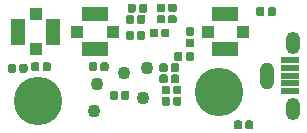
<source format=gbr>
G04 #@! TF.GenerationSoftware,KiCad,Pcbnew,(5.1.5-0-10_14)*
G04 #@! TF.CreationDate,2020-08-02T20:02:39-07:00*
G04 #@! TF.ProjectId,EOGlass2,454f476c-6173-4733-922e-6b696361645f,rev?*
G04 #@! TF.SameCoordinates,Original*
G04 #@! TF.FileFunction,Soldermask,Bot*
G04 #@! TF.FilePolarity,Negative*
%FSLAX46Y46*%
G04 Gerber Fmt 4.6, Leading zero omitted, Abs format (unit mm)*
G04 Created by KiCad (PCBNEW (5.1.5-0-10_14)) date 2020-08-02 20:02:39*
%MOMM*%
%LPD*%
G04 APERTURE LIST*
%ADD10C,1.100000*%
%ADD11R,1.600000X0.550000*%
%ADD12O,1.200000X1.900000*%
%ADD13O,1.200000X2.300000*%
%ADD14C,0.100000*%
%ADD15R,1.100000X1.100000*%
%ADD16R,2.300000X1.150000*%
%ADD17R,1.150000X2.300000*%
%ADD18C,4.100000*%
G04 APERTURE END LIST*
D10*
X119400000Y-76200000D03*
D11*
X135995000Y-73230000D03*
X135995000Y-72580000D03*
X135995000Y-73880000D03*
X135995000Y-71930000D03*
X135995000Y-74530000D03*
D12*
X136245000Y-76030000D03*
X136245000Y-70430000D03*
D13*
X134095000Y-73230000D03*
D14*
G36*
X127774408Y-69150831D02*
G01*
X127791153Y-69153315D01*
X127807574Y-69157428D01*
X127823513Y-69163131D01*
X127838816Y-69170369D01*
X127853336Y-69179071D01*
X127866933Y-69189156D01*
X127879476Y-69200524D01*
X127890844Y-69213067D01*
X127900929Y-69226664D01*
X127909631Y-69241184D01*
X127916869Y-69256487D01*
X127922572Y-69272426D01*
X127926685Y-69288847D01*
X127929169Y-69305592D01*
X127930000Y-69322500D01*
X127930000Y-69667500D01*
X127929169Y-69684408D01*
X127926685Y-69701153D01*
X127922572Y-69717574D01*
X127916869Y-69733513D01*
X127909631Y-69748816D01*
X127900929Y-69763336D01*
X127890844Y-69776933D01*
X127879476Y-69789476D01*
X127866933Y-69800844D01*
X127853336Y-69810929D01*
X127838816Y-69819631D01*
X127823513Y-69826869D01*
X127807574Y-69832572D01*
X127791153Y-69836685D01*
X127774408Y-69839169D01*
X127757500Y-69840000D01*
X127362500Y-69840000D01*
X127345592Y-69839169D01*
X127328847Y-69836685D01*
X127312426Y-69832572D01*
X127296487Y-69826869D01*
X127281184Y-69819631D01*
X127266664Y-69810929D01*
X127253067Y-69800844D01*
X127240524Y-69789476D01*
X127229156Y-69776933D01*
X127219071Y-69763336D01*
X127210369Y-69748816D01*
X127203131Y-69733513D01*
X127197428Y-69717574D01*
X127193315Y-69701153D01*
X127190831Y-69684408D01*
X127190000Y-69667500D01*
X127190000Y-69322500D01*
X127190831Y-69305592D01*
X127193315Y-69288847D01*
X127197428Y-69272426D01*
X127203131Y-69256487D01*
X127210369Y-69241184D01*
X127219071Y-69226664D01*
X127229156Y-69213067D01*
X127240524Y-69200524D01*
X127253067Y-69189156D01*
X127266664Y-69179071D01*
X127281184Y-69170369D01*
X127296487Y-69163131D01*
X127312426Y-69157428D01*
X127328847Y-69153315D01*
X127345592Y-69150831D01*
X127362500Y-69150000D01*
X127757500Y-69150000D01*
X127774408Y-69150831D01*
G37*
G36*
X127774408Y-70120831D02*
G01*
X127791153Y-70123315D01*
X127807574Y-70127428D01*
X127823513Y-70133131D01*
X127838816Y-70140369D01*
X127853336Y-70149071D01*
X127866933Y-70159156D01*
X127879476Y-70170524D01*
X127890844Y-70183067D01*
X127900929Y-70196664D01*
X127909631Y-70211184D01*
X127916869Y-70226487D01*
X127922572Y-70242426D01*
X127926685Y-70258847D01*
X127929169Y-70275592D01*
X127930000Y-70292500D01*
X127930000Y-70637500D01*
X127929169Y-70654408D01*
X127926685Y-70671153D01*
X127922572Y-70687574D01*
X127916869Y-70703513D01*
X127909631Y-70718816D01*
X127900929Y-70733336D01*
X127890844Y-70746933D01*
X127879476Y-70759476D01*
X127866933Y-70770844D01*
X127853336Y-70780929D01*
X127838816Y-70789631D01*
X127823513Y-70796869D01*
X127807574Y-70802572D01*
X127791153Y-70806685D01*
X127774408Y-70809169D01*
X127757500Y-70810000D01*
X127362500Y-70810000D01*
X127345592Y-70809169D01*
X127328847Y-70806685D01*
X127312426Y-70802572D01*
X127296487Y-70796869D01*
X127281184Y-70789631D01*
X127266664Y-70780929D01*
X127253067Y-70770844D01*
X127240524Y-70759476D01*
X127229156Y-70746933D01*
X127219071Y-70733336D01*
X127210369Y-70718816D01*
X127203131Y-70703513D01*
X127197428Y-70687574D01*
X127193315Y-70671153D01*
X127190831Y-70654408D01*
X127190000Y-70637500D01*
X127190000Y-70292500D01*
X127190831Y-70275592D01*
X127193315Y-70258847D01*
X127197428Y-70242426D01*
X127203131Y-70226487D01*
X127210369Y-70211184D01*
X127219071Y-70196664D01*
X127229156Y-70183067D01*
X127240524Y-70170524D01*
X127253067Y-70159156D01*
X127266664Y-70149071D01*
X127281184Y-70140369D01*
X127296487Y-70133131D01*
X127312426Y-70127428D01*
X127328847Y-70123315D01*
X127345592Y-70120831D01*
X127362500Y-70120000D01*
X127757500Y-70120000D01*
X127774408Y-70120831D01*
G37*
G36*
X131804408Y-77030831D02*
G01*
X131821153Y-77033315D01*
X131837574Y-77037428D01*
X131853513Y-77043131D01*
X131868816Y-77050369D01*
X131883336Y-77059071D01*
X131896933Y-77069156D01*
X131909476Y-77080524D01*
X131920844Y-77093067D01*
X131930929Y-77106664D01*
X131939631Y-77121184D01*
X131946869Y-77136487D01*
X131952572Y-77152426D01*
X131956685Y-77168847D01*
X131959169Y-77185592D01*
X131960000Y-77202500D01*
X131960000Y-77597500D01*
X131959169Y-77614408D01*
X131956685Y-77631153D01*
X131952572Y-77647574D01*
X131946869Y-77663513D01*
X131939631Y-77678816D01*
X131930929Y-77693336D01*
X131920844Y-77706933D01*
X131909476Y-77719476D01*
X131896933Y-77730844D01*
X131883336Y-77740929D01*
X131868816Y-77749631D01*
X131853513Y-77756869D01*
X131837574Y-77762572D01*
X131821153Y-77766685D01*
X131804408Y-77769169D01*
X131787500Y-77770000D01*
X131442500Y-77770000D01*
X131425592Y-77769169D01*
X131408847Y-77766685D01*
X131392426Y-77762572D01*
X131376487Y-77756869D01*
X131361184Y-77749631D01*
X131346664Y-77740929D01*
X131333067Y-77730844D01*
X131320524Y-77719476D01*
X131309156Y-77706933D01*
X131299071Y-77693336D01*
X131290369Y-77678816D01*
X131283131Y-77663513D01*
X131277428Y-77647574D01*
X131273315Y-77631153D01*
X131270831Y-77614408D01*
X131270000Y-77597500D01*
X131270000Y-77202500D01*
X131270831Y-77185592D01*
X131273315Y-77168847D01*
X131277428Y-77152426D01*
X131283131Y-77136487D01*
X131290369Y-77121184D01*
X131299071Y-77106664D01*
X131309156Y-77093067D01*
X131320524Y-77080524D01*
X131333067Y-77069156D01*
X131346664Y-77059071D01*
X131361184Y-77050369D01*
X131376487Y-77043131D01*
X131392426Y-77037428D01*
X131408847Y-77033315D01*
X131425592Y-77030831D01*
X131442500Y-77030000D01*
X131787500Y-77030000D01*
X131804408Y-77030831D01*
G37*
G36*
X132774408Y-77030831D02*
G01*
X132791153Y-77033315D01*
X132807574Y-77037428D01*
X132823513Y-77043131D01*
X132838816Y-77050369D01*
X132853336Y-77059071D01*
X132866933Y-77069156D01*
X132879476Y-77080524D01*
X132890844Y-77093067D01*
X132900929Y-77106664D01*
X132909631Y-77121184D01*
X132916869Y-77136487D01*
X132922572Y-77152426D01*
X132926685Y-77168847D01*
X132929169Y-77185592D01*
X132930000Y-77202500D01*
X132930000Y-77597500D01*
X132929169Y-77614408D01*
X132926685Y-77631153D01*
X132922572Y-77647574D01*
X132916869Y-77663513D01*
X132909631Y-77678816D01*
X132900929Y-77693336D01*
X132890844Y-77706933D01*
X132879476Y-77719476D01*
X132866933Y-77730844D01*
X132853336Y-77740929D01*
X132838816Y-77749631D01*
X132823513Y-77756869D01*
X132807574Y-77762572D01*
X132791153Y-77766685D01*
X132774408Y-77769169D01*
X132757500Y-77770000D01*
X132412500Y-77770000D01*
X132395592Y-77769169D01*
X132378847Y-77766685D01*
X132362426Y-77762572D01*
X132346487Y-77756869D01*
X132331184Y-77749631D01*
X132316664Y-77740929D01*
X132303067Y-77730844D01*
X132290524Y-77719476D01*
X132279156Y-77706933D01*
X132269071Y-77693336D01*
X132260369Y-77678816D01*
X132253131Y-77663513D01*
X132247428Y-77647574D01*
X132243315Y-77631153D01*
X132240831Y-77614408D01*
X132240000Y-77597500D01*
X132240000Y-77202500D01*
X132240831Y-77185592D01*
X132243315Y-77168847D01*
X132247428Y-77152426D01*
X132253131Y-77136487D01*
X132260369Y-77121184D01*
X132269071Y-77106664D01*
X132279156Y-77093067D01*
X132290524Y-77080524D01*
X132303067Y-77069156D01*
X132316664Y-77059071D01*
X132331184Y-77050369D01*
X132346487Y-77043131D01*
X132362426Y-77037428D01*
X132378847Y-77033315D01*
X132395592Y-77030831D01*
X132412500Y-77030000D01*
X132757500Y-77030000D01*
X132774408Y-77030831D01*
G37*
G36*
X126674408Y-75030831D02*
G01*
X126691153Y-75033315D01*
X126707574Y-75037428D01*
X126723513Y-75043131D01*
X126738816Y-75050369D01*
X126753336Y-75059071D01*
X126766933Y-75069156D01*
X126779476Y-75080524D01*
X126790844Y-75093067D01*
X126800929Y-75106664D01*
X126809631Y-75121184D01*
X126816869Y-75136487D01*
X126822572Y-75152426D01*
X126826685Y-75168847D01*
X126829169Y-75185592D01*
X126830000Y-75202500D01*
X126830000Y-75597500D01*
X126829169Y-75614408D01*
X126826685Y-75631153D01*
X126822572Y-75647574D01*
X126816869Y-75663513D01*
X126809631Y-75678816D01*
X126800929Y-75693336D01*
X126790844Y-75706933D01*
X126779476Y-75719476D01*
X126766933Y-75730844D01*
X126753336Y-75740929D01*
X126738816Y-75749631D01*
X126723513Y-75756869D01*
X126707574Y-75762572D01*
X126691153Y-75766685D01*
X126674408Y-75769169D01*
X126657500Y-75770000D01*
X126312500Y-75770000D01*
X126295592Y-75769169D01*
X126278847Y-75766685D01*
X126262426Y-75762572D01*
X126246487Y-75756869D01*
X126231184Y-75749631D01*
X126216664Y-75740929D01*
X126203067Y-75730844D01*
X126190524Y-75719476D01*
X126179156Y-75706933D01*
X126169071Y-75693336D01*
X126160369Y-75678816D01*
X126153131Y-75663513D01*
X126147428Y-75647574D01*
X126143315Y-75631153D01*
X126140831Y-75614408D01*
X126140000Y-75597500D01*
X126140000Y-75202500D01*
X126140831Y-75185592D01*
X126143315Y-75168847D01*
X126147428Y-75152426D01*
X126153131Y-75136487D01*
X126160369Y-75121184D01*
X126169071Y-75106664D01*
X126179156Y-75093067D01*
X126190524Y-75080524D01*
X126203067Y-75069156D01*
X126216664Y-75059071D01*
X126231184Y-75050369D01*
X126246487Y-75043131D01*
X126262426Y-75037428D01*
X126278847Y-75033315D01*
X126295592Y-75030831D01*
X126312500Y-75030000D01*
X126657500Y-75030000D01*
X126674408Y-75030831D01*
G37*
G36*
X125704408Y-75030831D02*
G01*
X125721153Y-75033315D01*
X125737574Y-75037428D01*
X125753513Y-75043131D01*
X125768816Y-75050369D01*
X125783336Y-75059071D01*
X125796933Y-75069156D01*
X125809476Y-75080524D01*
X125820844Y-75093067D01*
X125830929Y-75106664D01*
X125839631Y-75121184D01*
X125846869Y-75136487D01*
X125852572Y-75152426D01*
X125856685Y-75168847D01*
X125859169Y-75185592D01*
X125860000Y-75202500D01*
X125860000Y-75597500D01*
X125859169Y-75614408D01*
X125856685Y-75631153D01*
X125852572Y-75647574D01*
X125846869Y-75663513D01*
X125839631Y-75678816D01*
X125830929Y-75693336D01*
X125820844Y-75706933D01*
X125809476Y-75719476D01*
X125796933Y-75730844D01*
X125783336Y-75740929D01*
X125768816Y-75749631D01*
X125753513Y-75756869D01*
X125737574Y-75762572D01*
X125721153Y-75766685D01*
X125704408Y-75769169D01*
X125687500Y-75770000D01*
X125342500Y-75770000D01*
X125325592Y-75769169D01*
X125308847Y-75766685D01*
X125292426Y-75762572D01*
X125276487Y-75756869D01*
X125261184Y-75749631D01*
X125246664Y-75740929D01*
X125233067Y-75730844D01*
X125220524Y-75719476D01*
X125209156Y-75706933D01*
X125199071Y-75693336D01*
X125190369Y-75678816D01*
X125183131Y-75663513D01*
X125177428Y-75647574D01*
X125173315Y-75631153D01*
X125170831Y-75614408D01*
X125170000Y-75597500D01*
X125170000Y-75202500D01*
X125170831Y-75185592D01*
X125173315Y-75168847D01*
X125177428Y-75152426D01*
X125183131Y-75136487D01*
X125190369Y-75121184D01*
X125199071Y-75106664D01*
X125209156Y-75093067D01*
X125220524Y-75080524D01*
X125233067Y-75069156D01*
X125246664Y-75059071D01*
X125261184Y-75050369D01*
X125276487Y-75043131D01*
X125292426Y-75037428D01*
X125308847Y-75033315D01*
X125325592Y-75030831D01*
X125342500Y-75030000D01*
X125687500Y-75030000D01*
X125704408Y-75030831D01*
G37*
G36*
X125704408Y-74080831D02*
G01*
X125721153Y-74083315D01*
X125737574Y-74087428D01*
X125753513Y-74093131D01*
X125768816Y-74100369D01*
X125783336Y-74109071D01*
X125796933Y-74119156D01*
X125809476Y-74130524D01*
X125820844Y-74143067D01*
X125830929Y-74156664D01*
X125839631Y-74171184D01*
X125846869Y-74186487D01*
X125852572Y-74202426D01*
X125856685Y-74218847D01*
X125859169Y-74235592D01*
X125860000Y-74252500D01*
X125860000Y-74647500D01*
X125859169Y-74664408D01*
X125856685Y-74681153D01*
X125852572Y-74697574D01*
X125846869Y-74713513D01*
X125839631Y-74728816D01*
X125830929Y-74743336D01*
X125820844Y-74756933D01*
X125809476Y-74769476D01*
X125796933Y-74780844D01*
X125783336Y-74790929D01*
X125768816Y-74799631D01*
X125753513Y-74806869D01*
X125737574Y-74812572D01*
X125721153Y-74816685D01*
X125704408Y-74819169D01*
X125687500Y-74820000D01*
X125342500Y-74820000D01*
X125325592Y-74819169D01*
X125308847Y-74816685D01*
X125292426Y-74812572D01*
X125276487Y-74806869D01*
X125261184Y-74799631D01*
X125246664Y-74790929D01*
X125233067Y-74780844D01*
X125220524Y-74769476D01*
X125209156Y-74756933D01*
X125199071Y-74743336D01*
X125190369Y-74728816D01*
X125183131Y-74713513D01*
X125177428Y-74697574D01*
X125173315Y-74681153D01*
X125170831Y-74664408D01*
X125170000Y-74647500D01*
X125170000Y-74252500D01*
X125170831Y-74235592D01*
X125173315Y-74218847D01*
X125177428Y-74202426D01*
X125183131Y-74186487D01*
X125190369Y-74171184D01*
X125199071Y-74156664D01*
X125209156Y-74143067D01*
X125220524Y-74130524D01*
X125233067Y-74119156D01*
X125246664Y-74109071D01*
X125261184Y-74100369D01*
X125276487Y-74093131D01*
X125292426Y-74087428D01*
X125308847Y-74083315D01*
X125325592Y-74080831D01*
X125342500Y-74080000D01*
X125687500Y-74080000D01*
X125704408Y-74080831D01*
G37*
G36*
X126674408Y-74080831D02*
G01*
X126691153Y-74083315D01*
X126707574Y-74087428D01*
X126723513Y-74093131D01*
X126738816Y-74100369D01*
X126753336Y-74109071D01*
X126766933Y-74119156D01*
X126779476Y-74130524D01*
X126790844Y-74143067D01*
X126800929Y-74156664D01*
X126809631Y-74171184D01*
X126816869Y-74186487D01*
X126822572Y-74202426D01*
X126826685Y-74218847D01*
X126829169Y-74235592D01*
X126830000Y-74252500D01*
X126830000Y-74647500D01*
X126829169Y-74664408D01*
X126826685Y-74681153D01*
X126822572Y-74697574D01*
X126816869Y-74713513D01*
X126809631Y-74728816D01*
X126800929Y-74743336D01*
X126790844Y-74756933D01*
X126779476Y-74769476D01*
X126766933Y-74780844D01*
X126753336Y-74790929D01*
X126738816Y-74799631D01*
X126723513Y-74806869D01*
X126707574Y-74812572D01*
X126691153Y-74816685D01*
X126674408Y-74819169D01*
X126657500Y-74820000D01*
X126312500Y-74820000D01*
X126295592Y-74819169D01*
X126278847Y-74816685D01*
X126262426Y-74812572D01*
X126246487Y-74806869D01*
X126231184Y-74799631D01*
X126216664Y-74790929D01*
X126203067Y-74780844D01*
X126190524Y-74769476D01*
X126179156Y-74756933D01*
X126169071Y-74743336D01*
X126160369Y-74728816D01*
X126153131Y-74713513D01*
X126147428Y-74697574D01*
X126143315Y-74681153D01*
X126140831Y-74664408D01*
X126140000Y-74647500D01*
X126140000Y-74252500D01*
X126140831Y-74235592D01*
X126143315Y-74218847D01*
X126147428Y-74202426D01*
X126153131Y-74186487D01*
X126160369Y-74171184D01*
X126169071Y-74156664D01*
X126179156Y-74143067D01*
X126190524Y-74130524D01*
X126203067Y-74119156D01*
X126216664Y-74109071D01*
X126231184Y-74100369D01*
X126246487Y-74093131D01*
X126262426Y-74087428D01*
X126278847Y-74083315D01*
X126295592Y-74080831D01*
X126312500Y-74080000D01*
X126657500Y-74080000D01*
X126674408Y-74080831D01*
G37*
G36*
X134674408Y-67430831D02*
G01*
X134691153Y-67433315D01*
X134707574Y-67437428D01*
X134723513Y-67443131D01*
X134738816Y-67450369D01*
X134753336Y-67459071D01*
X134766933Y-67469156D01*
X134779476Y-67480524D01*
X134790844Y-67493067D01*
X134800929Y-67506664D01*
X134809631Y-67521184D01*
X134816869Y-67536487D01*
X134822572Y-67552426D01*
X134826685Y-67568847D01*
X134829169Y-67585592D01*
X134830000Y-67602500D01*
X134830000Y-67997500D01*
X134829169Y-68014408D01*
X134826685Y-68031153D01*
X134822572Y-68047574D01*
X134816869Y-68063513D01*
X134809631Y-68078816D01*
X134800929Y-68093336D01*
X134790844Y-68106933D01*
X134779476Y-68119476D01*
X134766933Y-68130844D01*
X134753336Y-68140929D01*
X134738816Y-68149631D01*
X134723513Y-68156869D01*
X134707574Y-68162572D01*
X134691153Y-68166685D01*
X134674408Y-68169169D01*
X134657500Y-68170000D01*
X134312500Y-68170000D01*
X134295592Y-68169169D01*
X134278847Y-68166685D01*
X134262426Y-68162572D01*
X134246487Y-68156869D01*
X134231184Y-68149631D01*
X134216664Y-68140929D01*
X134203067Y-68130844D01*
X134190524Y-68119476D01*
X134179156Y-68106933D01*
X134169071Y-68093336D01*
X134160369Y-68078816D01*
X134153131Y-68063513D01*
X134147428Y-68047574D01*
X134143315Y-68031153D01*
X134140831Y-68014408D01*
X134140000Y-67997500D01*
X134140000Y-67602500D01*
X134140831Y-67585592D01*
X134143315Y-67568847D01*
X134147428Y-67552426D01*
X134153131Y-67536487D01*
X134160369Y-67521184D01*
X134169071Y-67506664D01*
X134179156Y-67493067D01*
X134190524Y-67480524D01*
X134203067Y-67469156D01*
X134216664Y-67459071D01*
X134231184Y-67450369D01*
X134246487Y-67443131D01*
X134262426Y-67437428D01*
X134278847Y-67433315D01*
X134295592Y-67430831D01*
X134312500Y-67430000D01*
X134657500Y-67430000D01*
X134674408Y-67430831D01*
G37*
G36*
X133704408Y-67430831D02*
G01*
X133721153Y-67433315D01*
X133737574Y-67437428D01*
X133753513Y-67443131D01*
X133768816Y-67450369D01*
X133783336Y-67459071D01*
X133796933Y-67469156D01*
X133809476Y-67480524D01*
X133820844Y-67493067D01*
X133830929Y-67506664D01*
X133839631Y-67521184D01*
X133846869Y-67536487D01*
X133852572Y-67552426D01*
X133856685Y-67568847D01*
X133859169Y-67585592D01*
X133860000Y-67602500D01*
X133860000Y-67997500D01*
X133859169Y-68014408D01*
X133856685Y-68031153D01*
X133852572Y-68047574D01*
X133846869Y-68063513D01*
X133839631Y-68078816D01*
X133830929Y-68093336D01*
X133820844Y-68106933D01*
X133809476Y-68119476D01*
X133796933Y-68130844D01*
X133783336Y-68140929D01*
X133768816Y-68149631D01*
X133753513Y-68156869D01*
X133737574Y-68162572D01*
X133721153Y-68166685D01*
X133704408Y-68169169D01*
X133687500Y-68170000D01*
X133342500Y-68170000D01*
X133325592Y-68169169D01*
X133308847Y-68166685D01*
X133292426Y-68162572D01*
X133276487Y-68156869D01*
X133261184Y-68149631D01*
X133246664Y-68140929D01*
X133233067Y-68130844D01*
X133220524Y-68119476D01*
X133209156Y-68106933D01*
X133199071Y-68093336D01*
X133190369Y-68078816D01*
X133183131Y-68063513D01*
X133177428Y-68047574D01*
X133173315Y-68031153D01*
X133170831Y-68014408D01*
X133170000Y-67997500D01*
X133170000Y-67602500D01*
X133170831Y-67585592D01*
X133173315Y-67568847D01*
X133177428Y-67552426D01*
X133183131Y-67536487D01*
X133190369Y-67521184D01*
X133199071Y-67506664D01*
X133209156Y-67493067D01*
X133220524Y-67480524D01*
X133233067Y-67469156D01*
X133246664Y-67459071D01*
X133261184Y-67450369D01*
X133276487Y-67443131D01*
X133292426Y-67437428D01*
X133308847Y-67433315D01*
X133325592Y-67430831D01*
X133342500Y-67430000D01*
X133687500Y-67430000D01*
X133704408Y-67430831D01*
G37*
G36*
X122654408Y-68090831D02*
G01*
X122671153Y-68093315D01*
X122687574Y-68097428D01*
X122703513Y-68103131D01*
X122718816Y-68110369D01*
X122733336Y-68119071D01*
X122746933Y-68129156D01*
X122759476Y-68140524D01*
X122770844Y-68153067D01*
X122780929Y-68166664D01*
X122789631Y-68181184D01*
X122796869Y-68196487D01*
X122802572Y-68212426D01*
X122806685Y-68228847D01*
X122809169Y-68245592D01*
X122810000Y-68262500D01*
X122810000Y-68657500D01*
X122809169Y-68674408D01*
X122806685Y-68691153D01*
X122802572Y-68707574D01*
X122796869Y-68723513D01*
X122789631Y-68738816D01*
X122780929Y-68753336D01*
X122770844Y-68766933D01*
X122759476Y-68779476D01*
X122746933Y-68790844D01*
X122733336Y-68800929D01*
X122718816Y-68809631D01*
X122703513Y-68816869D01*
X122687574Y-68822572D01*
X122671153Y-68826685D01*
X122654408Y-68829169D01*
X122637500Y-68830000D01*
X122292500Y-68830000D01*
X122275592Y-68829169D01*
X122258847Y-68826685D01*
X122242426Y-68822572D01*
X122226487Y-68816869D01*
X122211184Y-68809631D01*
X122196664Y-68800929D01*
X122183067Y-68790844D01*
X122170524Y-68779476D01*
X122159156Y-68766933D01*
X122149071Y-68753336D01*
X122140369Y-68738816D01*
X122133131Y-68723513D01*
X122127428Y-68707574D01*
X122123315Y-68691153D01*
X122120831Y-68674408D01*
X122120000Y-68657500D01*
X122120000Y-68262500D01*
X122120831Y-68245592D01*
X122123315Y-68228847D01*
X122127428Y-68212426D01*
X122133131Y-68196487D01*
X122140369Y-68181184D01*
X122149071Y-68166664D01*
X122159156Y-68153067D01*
X122170524Y-68140524D01*
X122183067Y-68129156D01*
X122196664Y-68119071D01*
X122211184Y-68110369D01*
X122226487Y-68103131D01*
X122242426Y-68097428D01*
X122258847Y-68093315D01*
X122275592Y-68090831D01*
X122292500Y-68090000D01*
X122637500Y-68090000D01*
X122654408Y-68090831D01*
G37*
G36*
X123624408Y-68090831D02*
G01*
X123641153Y-68093315D01*
X123657574Y-68097428D01*
X123673513Y-68103131D01*
X123688816Y-68110369D01*
X123703336Y-68119071D01*
X123716933Y-68129156D01*
X123729476Y-68140524D01*
X123740844Y-68153067D01*
X123750929Y-68166664D01*
X123759631Y-68181184D01*
X123766869Y-68196487D01*
X123772572Y-68212426D01*
X123776685Y-68228847D01*
X123779169Y-68245592D01*
X123780000Y-68262500D01*
X123780000Y-68657500D01*
X123779169Y-68674408D01*
X123776685Y-68691153D01*
X123772572Y-68707574D01*
X123766869Y-68723513D01*
X123759631Y-68738816D01*
X123750929Y-68753336D01*
X123740844Y-68766933D01*
X123729476Y-68779476D01*
X123716933Y-68790844D01*
X123703336Y-68800929D01*
X123688816Y-68809631D01*
X123673513Y-68816869D01*
X123657574Y-68822572D01*
X123641153Y-68826685D01*
X123624408Y-68829169D01*
X123607500Y-68830000D01*
X123262500Y-68830000D01*
X123245592Y-68829169D01*
X123228847Y-68826685D01*
X123212426Y-68822572D01*
X123196487Y-68816869D01*
X123181184Y-68809631D01*
X123166664Y-68800929D01*
X123153067Y-68790844D01*
X123140524Y-68779476D01*
X123129156Y-68766933D01*
X123119071Y-68753336D01*
X123110369Y-68738816D01*
X123103131Y-68723513D01*
X123097428Y-68707574D01*
X123093315Y-68691153D01*
X123090831Y-68674408D01*
X123090000Y-68657500D01*
X123090000Y-68262500D01*
X123090831Y-68245592D01*
X123093315Y-68228847D01*
X123097428Y-68212426D01*
X123103131Y-68196487D01*
X123110369Y-68181184D01*
X123119071Y-68166664D01*
X123129156Y-68153067D01*
X123140524Y-68140524D01*
X123153067Y-68129156D01*
X123166664Y-68119071D01*
X123181184Y-68110369D01*
X123196487Y-68103131D01*
X123212426Y-68097428D01*
X123228847Y-68093315D01*
X123245592Y-68090831D01*
X123262500Y-68090000D01*
X123607500Y-68090000D01*
X123624408Y-68090831D01*
G37*
G36*
X126264408Y-68120831D02*
G01*
X126281153Y-68123315D01*
X126297574Y-68127428D01*
X126313513Y-68133131D01*
X126328816Y-68140369D01*
X126343336Y-68149071D01*
X126356933Y-68159156D01*
X126369476Y-68170524D01*
X126380844Y-68183067D01*
X126390929Y-68196664D01*
X126399631Y-68211184D01*
X126406869Y-68226487D01*
X126412572Y-68242426D01*
X126416685Y-68258847D01*
X126419169Y-68275592D01*
X126420000Y-68292500D01*
X126420000Y-68637500D01*
X126419169Y-68654408D01*
X126416685Y-68671153D01*
X126412572Y-68687574D01*
X126406869Y-68703513D01*
X126399631Y-68718816D01*
X126390929Y-68733336D01*
X126380844Y-68746933D01*
X126369476Y-68759476D01*
X126356933Y-68770844D01*
X126343336Y-68780929D01*
X126328816Y-68789631D01*
X126313513Y-68796869D01*
X126297574Y-68802572D01*
X126281153Y-68806685D01*
X126264408Y-68809169D01*
X126247500Y-68810000D01*
X125852500Y-68810000D01*
X125835592Y-68809169D01*
X125818847Y-68806685D01*
X125802426Y-68802572D01*
X125786487Y-68796869D01*
X125771184Y-68789631D01*
X125756664Y-68780929D01*
X125743067Y-68770844D01*
X125730524Y-68759476D01*
X125719156Y-68746933D01*
X125709071Y-68733336D01*
X125700369Y-68718816D01*
X125693131Y-68703513D01*
X125687428Y-68687574D01*
X125683315Y-68671153D01*
X125680831Y-68654408D01*
X125680000Y-68637500D01*
X125680000Y-68292500D01*
X125680831Y-68275592D01*
X125683315Y-68258847D01*
X125687428Y-68242426D01*
X125693131Y-68226487D01*
X125700369Y-68211184D01*
X125709071Y-68196664D01*
X125719156Y-68183067D01*
X125730524Y-68170524D01*
X125743067Y-68159156D01*
X125756664Y-68149071D01*
X125771184Y-68140369D01*
X125786487Y-68133131D01*
X125802426Y-68127428D01*
X125818847Y-68123315D01*
X125835592Y-68120831D01*
X125852500Y-68120000D01*
X126247500Y-68120000D01*
X126264408Y-68120831D01*
G37*
G36*
X126264408Y-67150831D02*
G01*
X126281153Y-67153315D01*
X126297574Y-67157428D01*
X126313513Y-67163131D01*
X126328816Y-67170369D01*
X126343336Y-67179071D01*
X126356933Y-67189156D01*
X126369476Y-67200524D01*
X126380844Y-67213067D01*
X126390929Y-67226664D01*
X126399631Y-67241184D01*
X126406869Y-67256487D01*
X126412572Y-67272426D01*
X126416685Y-67288847D01*
X126419169Y-67305592D01*
X126420000Y-67322500D01*
X126420000Y-67667500D01*
X126419169Y-67684408D01*
X126416685Y-67701153D01*
X126412572Y-67717574D01*
X126406869Y-67733513D01*
X126399631Y-67748816D01*
X126390929Y-67763336D01*
X126380844Y-67776933D01*
X126369476Y-67789476D01*
X126356933Y-67800844D01*
X126343336Y-67810929D01*
X126328816Y-67819631D01*
X126313513Y-67826869D01*
X126297574Y-67832572D01*
X126281153Y-67836685D01*
X126264408Y-67839169D01*
X126247500Y-67840000D01*
X125852500Y-67840000D01*
X125835592Y-67839169D01*
X125818847Y-67836685D01*
X125802426Y-67832572D01*
X125786487Y-67826869D01*
X125771184Y-67819631D01*
X125756664Y-67810929D01*
X125743067Y-67800844D01*
X125730524Y-67789476D01*
X125719156Y-67776933D01*
X125709071Y-67763336D01*
X125700369Y-67748816D01*
X125693131Y-67733513D01*
X125687428Y-67717574D01*
X125683315Y-67701153D01*
X125680831Y-67684408D01*
X125680000Y-67667500D01*
X125680000Y-67322500D01*
X125680831Y-67305592D01*
X125683315Y-67288847D01*
X125687428Y-67272426D01*
X125693131Y-67256487D01*
X125700369Y-67241184D01*
X125709071Y-67226664D01*
X125719156Y-67213067D01*
X125730524Y-67200524D01*
X125743067Y-67189156D01*
X125756664Y-67179071D01*
X125771184Y-67170369D01*
X125786487Y-67163131D01*
X125802426Y-67157428D01*
X125818847Y-67153315D01*
X125835592Y-67150831D01*
X125852500Y-67150000D01*
X126247500Y-67150000D01*
X126264408Y-67150831D01*
G37*
G36*
X123774408Y-67150831D02*
G01*
X123791153Y-67153315D01*
X123807574Y-67157428D01*
X123823513Y-67163131D01*
X123838816Y-67170369D01*
X123853336Y-67179071D01*
X123866933Y-67189156D01*
X123879476Y-67200524D01*
X123890844Y-67213067D01*
X123900929Y-67226664D01*
X123909631Y-67241184D01*
X123916869Y-67256487D01*
X123922572Y-67272426D01*
X123926685Y-67288847D01*
X123929169Y-67305592D01*
X123930000Y-67322500D01*
X123930000Y-67717500D01*
X123929169Y-67734408D01*
X123926685Y-67751153D01*
X123922572Y-67767574D01*
X123916869Y-67783513D01*
X123909631Y-67798816D01*
X123900929Y-67813336D01*
X123890844Y-67826933D01*
X123879476Y-67839476D01*
X123866933Y-67850844D01*
X123853336Y-67860929D01*
X123838816Y-67869631D01*
X123823513Y-67876869D01*
X123807574Y-67882572D01*
X123791153Y-67886685D01*
X123774408Y-67889169D01*
X123757500Y-67890000D01*
X123412500Y-67890000D01*
X123395592Y-67889169D01*
X123378847Y-67886685D01*
X123362426Y-67882572D01*
X123346487Y-67876869D01*
X123331184Y-67869631D01*
X123316664Y-67860929D01*
X123303067Y-67850844D01*
X123290524Y-67839476D01*
X123279156Y-67826933D01*
X123269071Y-67813336D01*
X123260369Y-67798816D01*
X123253131Y-67783513D01*
X123247428Y-67767574D01*
X123243315Y-67751153D01*
X123240831Y-67734408D01*
X123240000Y-67717500D01*
X123240000Y-67322500D01*
X123240831Y-67305592D01*
X123243315Y-67288847D01*
X123247428Y-67272426D01*
X123253131Y-67256487D01*
X123260369Y-67241184D01*
X123269071Y-67226664D01*
X123279156Y-67213067D01*
X123290524Y-67200524D01*
X123303067Y-67189156D01*
X123316664Y-67179071D01*
X123331184Y-67170369D01*
X123346487Y-67163131D01*
X123362426Y-67157428D01*
X123378847Y-67153315D01*
X123395592Y-67150831D01*
X123412500Y-67150000D01*
X123757500Y-67150000D01*
X123774408Y-67150831D01*
G37*
G36*
X122804408Y-67150831D02*
G01*
X122821153Y-67153315D01*
X122837574Y-67157428D01*
X122853513Y-67163131D01*
X122868816Y-67170369D01*
X122883336Y-67179071D01*
X122896933Y-67189156D01*
X122909476Y-67200524D01*
X122920844Y-67213067D01*
X122930929Y-67226664D01*
X122939631Y-67241184D01*
X122946869Y-67256487D01*
X122952572Y-67272426D01*
X122956685Y-67288847D01*
X122959169Y-67305592D01*
X122960000Y-67322500D01*
X122960000Y-67717500D01*
X122959169Y-67734408D01*
X122956685Y-67751153D01*
X122952572Y-67767574D01*
X122946869Y-67783513D01*
X122939631Y-67798816D01*
X122930929Y-67813336D01*
X122920844Y-67826933D01*
X122909476Y-67839476D01*
X122896933Y-67850844D01*
X122883336Y-67860929D01*
X122868816Y-67869631D01*
X122853513Y-67876869D01*
X122837574Y-67882572D01*
X122821153Y-67886685D01*
X122804408Y-67889169D01*
X122787500Y-67890000D01*
X122442500Y-67890000D01*
X122425592Y-67889169D01*
X122408847Y-67886685D01*
X122392426Y-67882572D01*
X122376487Y-67876869D01*
X122361184Y-67869631D01*
X122346664Y-67860929D01*
X122333067Y-67850844D01*
X122320524Y-67839476D01*
X122309156Y-67826933D01*
X122299071Y-67813336D01*
X122290369Y-67798816D01*
X122283131Y-67783513D01*
X122277428Y-67767574D01*
X122273315Y-67751153D01*
X122270831Y-67734408D01*
X122270000Y-67717500D01*
X122270000Y-67322500D01*
X122270831Y-67305592D01*
X122273315Y-67288847D01*
X122277428Y-67272426D01*
X122283131Y-67256487D01*
X122290369Y-67241184D01*
X122299071Y-67226664D01*
X122309156Y-67213067D01*
X122320524Y-67200524D01*
X122333067Y-67189156D01*
X122346664Y-67179071D01*
X122361184Y-67170369D01*
X122376487Y-67163131D01*
X122392426Y-67157428D01*
X122408847Y-67153315D01*
X122425592Y-67150831D01*
X122442500Y-67150000D01*
X122787500Y-67150000D01*
X122804408Y-67150831D01*
G37*
G36*
X113644408Y-72240831D02*
G01*
X113661153Y-72243315D01*
X113677574Y-72247428D01*
X113693513Y-72253131D01*
X113708816Y-72260369D01*
X113723336Y-72269071D01*
X113736933Y-72279156D01*
X113749476Y-72290524D01*
X113760844Y-72303067D01*
X113770929Y-72316664D01*
X113779631Y-72331184D01*
X113786869Y-72346487D01*
X113792572Y-72362426D01*
X113796685Y-72378847D01*
X113799169Y-72395592D01*
X113800000Y-72412500D01*
X113800000Y-72807500D01*
X113799169Y-72824408D01*
X113796685Y-72841153D01*
X113792572Y-72857574D01*
X113786869Y-72873513D01*
X113779631Y-72888816D01*
X113770929Y-72903336D01*
X113760844Y-72916933D01*
X113749476Y-72929476D01*
X113736933Y-72940844D01*
X113723336Y-72950929D01*
X113708816Y-72959631D01*
X113693513Y-72966869D01*
X113677574Y-72972572D01*
X113661153Y-72976685D01*
X113644408Y-72979169D01*
X113627500Y-72980000D01*
X113282500Y-72980000D01*
X113265592Y-72979169D01*
X113248847Y-72976685D01*
X113232426Y-72972572D01*
X113216487Y-72966869D01*
X113201184Y-72959631D01*
X113186664Y-72950929D01*
X113173067Y-72940844D01*
X113160524Y-72929476D01*
X113149156Y-72916933D01*
X113139071Y-72903336D01*
X113130369Y-72888816D01*
X113123131Y-72873513D01*
X113117428Y-72857574D01*
X113113315Y-72841153D01*
X113110831Y-72824408D01*
X113110000Y-72807500D01*
X113110000Y-72412500D01*
X113110831Y-72395592D01*
X113113315Y-72378847D01*
X113117428Y-72362426D01*
X113123131Y-72346487D01*
X113130369Y-72331184D01*
X113139071Y-72316664D01*
X113149156Y-72303067D01*
X113160524Y-72290524D01*
X113173067Y-72279156D01*
X113186664Y-72269071D01*
X113201184Y-72260369D01*
X113216487Y-72253131D01*
X113232426Y-72247428D01*
X113248847Y-72243315D01*
X113265592Y-72240831D01*
X113282500Y-72240000D01*
X113627500Y-72240000D01*
X113644408Y-72240831D01*
G37*
G36*
X112674408Y-72240831D02*
G01*
X112691153Y-72243315D01*
X112707574Y-72247428D01*
X112723513Y-72253131D01*
X112738816Y-72260369D01*
X112753336Y-72269071D01*
X112766933Y-72279156D01*
X112779476Y-72290524D01*
X112790844Y-72303067D01*
X112800929Y-72316664D01*
X112809631Y-72331184D01*
X112816869Y-72346487D01*
X112822572Y-72362426D01*
X112826685Y-72378847D01*
X112829169Y-72395592D01*
X112830000Y-72412500D01*
X112830000Y-72807500D01*
X112829169Y-72824408D01*
X112826685Y-72841153D01*
X112822572Y-72857574D01*
X112816869Y-72873513D01*
X112809631Y-72888816D01*
X112800929Y-72903336D01*
X112790844Y-72916933D01*
X112779476Y-72929476D01*
X112766933Y-72940844D01*
X112753336Y-72950929D01*
X112738816Y-72959631D01*
X112723513Y-72966869D01*
X112707574Y-72972572D01*
X112691153Y-72976685D01*
X112674408Y-72979169D01*
X112657500Y-72980000D01*
X112312500Y-72980000D01*
X112295592Y-72979169D01*
X112278847Y-72976685D01*
X112262426Y-72972572D01*
X112246487Y-72966869D01*
X112231184Y-72959631D01*
X112216664Y-72950929D01*
X112203067Y-72940844D01*
X112190524Y-72929476D01*
X112179156Y-72916933D01*
X112169071Y-72903336D01*
X112160369Y-72888816D01*
X112153131Y-72873513D01*
X112147428Y-72857574D01*
X112143315Y-72841153D01*
X112140831Y-72824408D01*
X112140000Y-72807500D01*
X112140000Y-72412500D01*
X112140831Y-72395592D01*
X112143315Y-72378847D01*
X112147428Y-72362426D01*
X112153131Y-72346487D01*
X112160369Y-72331184D01*
X112169071Y-72316664D01*
X112179156Y-72303067D01*
X112190524Y-72290524D01*
X112203067Y-72279156D01*
X112216664Y-72269071D01*
X112231184Y-72260369D01*
X112246487Y-72253131D01*
X112262426Y-72247428D01*
X112278847Y-72243315D01*
X112295592Y-72240831D01*
X112312500Y-72240000D01*
X112657500Y-72240000D01*
X112674408Y-72240831D01*
G37*
D15*
X129040000Y-69500000D03*
X132040000Y-69500000D03*
D16*
X130540000Y-68025000D03*
X130540000Y-70975000D03*
X119520000Y-68025000D03*
X119520000Y-70975000D03*
D15*
X118020000Y-69500000D03*
X121020000Y-69500000D03*
D17*
X115975000Y-69500000D03*
X113025000Y-69500000D03*
D15*
X114500000Y-68000000D03*
X114500000Y-71000000D03*
D14*
G36*
X115614408Y-72110831D02*
G01*
X115631153Y-72113315D01*
X115647574Y-72117428D01*
X115663513Y-72123131D01*
X115678816Y-72130369D01*
X115693336Y-72139071D01*
X115706933Y-72149156D01*
X115719476Y-72160524D01*
X115730844Y-72173067D01*
X115740929Y-72186664D01*
X115749631Y-72201184D01*
X115756869Y-72216487D01*
X115762572Y-72232426D01*
X115766685Y-72248847D01*
X115769169Y-72265592D01*
X115770000Y-72282500D01*
X115770000Y-72677500D01*
X115769169Y-72694408D01*
X115766685Y-72711153D01*
X115762572Y-72727574D01*
X115756869Y-72743513D01*
X115749631Y-72758816D01*
X115740929Y-72773336D01*
X115730844Y-72786933D01*
X115719476Y-72799476D01*
X115706933Y-72810844D01*
X115693336Y-72820929D01*
X115678816Y-72829631D01*
X115663513Y-72836869D01*
X115647574Y-72842572D01*
X115631153Y-72846685D01*
X115614408Y-72849169D01*
X115597500Y-72850000D01*
X115252500Y-72850000D01*
X115235592Y-72849169D01*
X115218847Y-72846685D01*
X115202426Y-72842572D01*
X115186487Y-72836869D01*
X115171184Y-72829631D01*
X115156664Y-72820929D01*
X115143067Y-72810844D01*
X115130524Y-72799476D01*
X115119156Y-72786933D01*
X115109071Y-72773336D01*
X115100369Y-72758816D01*
X115093131Y-72743513D01*
X115087428Y-72727574D01*
X115083315Y-72711153D01*
X115080831Y-72694408D01*
X115080000Y-72677500D01*
X115080000Y-72282500D01*
X115080831Y-72265592D01*
X115083315Y-72248847D01*
X115087428Y-72232426D01*
X115093131Y-72216487D01*
X115100369Y-72201184D01*
X115109071Y-72186664D01*
X115119156Y-72173067D01*
X115130524Y-72160524D01*
X115143067Y-72149156D01*
X115156664Y-72139071D01*
X115171184Y-72130369D01*
X115186487Y-72123131D01*
X115202426Y-72117428D01*
X115218847Y-72113315D01*
X115235592Y-72110831D01*
X115252500Y-72110000D01*
X115597500Y-72110000D01*
X115614408Y-72110831D01*
G37*
G36*
X114644408Y-72110831D02*
G01*
X114661153Y-72113315D01*
X114677574Y-72117428D01*
X114693513Y-72123131D01*
X114708816Y-72130369D01*
X114723336Y-72139071D01*
X114736933Y-72149156D01*
X114749476Y-72160524D01*
X114760844Y-72173067D01*
X114770929Y-72186664D01*
X114779631Y-72201184D01*
X114786869Y-72216487D01*
X114792572Y-72232426D01*
X114796685Y-72248847D01*
X114799169Y-72265592D01*
X114800000Y-72282500D01*
X114800000Y-72677500D01*
X114799169Y-72694408D01*
X114796685Y-72711153D01*
X114792572Y-72727574D01*
X114786869Y-72743513D01*
X114779631Y-72758816D01*
X114770929Y-72773336D01*
X114760844Y-72786933D01*
X114749476Y-72799476D01*
X114736933Y-72810844D01*
X114723336Y-72820929D01*
X114708816Y-72829631D01*
X114693513Y-72836869D01*
X114677574Y-72842572D01*
X114661153Y-72846685D01*
X114644408Y-72849169D01*
X114627500Y-72850000D01*
X114282500Y-72850000D01*
X114265592Y-72849169D01*
X114248847Y-72846685D01*
X114232426Y-72842572D01*
X114216487Y-72836869D01*
X114201184Y-72829631D01*
X114186664Y-72820929D01*
X114173067Y-72810844D01*
X114160524Y-72799476D01*
X114149156Y-72786933D01*
X114139071Y-72773336D01*
X114130369Y-72758816D01*
X114123131Y-72743513D01*
X114117428Y-72727574D01*
X114113315Y-72711153D01*
X114110831Y-72694408D01*
X114110000Y-72677500D01*
X114110000Y-72282500D01*
X114110831Y-72265592D01*
X114113315Y-72248847D01*
X114117428Y-72232426D01*
X114123131Y-72216487D01*
X114130369Y-72201184D01*
X114139071Y-72186664D01*
X114149156Y-72173067D01*
X114160524Y-72160524D01*
X114173067Y-72149156D01*
X114186664Y-72139071D01*
X114201184Y-72130369D01*
X114216487Y-72123131D01*
X114232426Y-72117428D01*
X114248847Y-72113315D01*
X114265592Y-72110831D01*
X114282500Y-72110000D01*
X114627500Y-72110000D01*
X114644408Y-72110831D01*
G37*
G36*
X125664408Y-69250831D02*
G01*
X125681153Y-69253315D01*
X125697574Y-69257428D01*
X125713513Y-69263131D01*
X125728816Y-69270369D01*
X125743336Y-69279071D01*
X125756933Y-69289156D01*
X125769476Y-69300524D01*
X125780844Y-69313067D01*
X125790929Y-69326664D01*
X125799631Y-69341184D01*
X125806869Y-69356487D01*
X125812572Y-69372426D01*
X125816685Y-69388847D01*
X125819169Y-69405592D01*
X125820000Y-69422500D01*
X125820000Y-69817500D01*
X125819169Y-69834408D01*
X125816685Y-69851153D01*
X125812572Y-69867574D01*
X125806869Y-69883513D01*
X125799631Y-69898816D01*
X125790929Y-69913336D01*
X125780844Y-69926933D01*
X125769476Y-69939476D01*
X125756933Y-69950844D01*
X125743336Y-69960929D01*
X125728816Y-69969631D01*
X125713513Y-69976869D01*
X125697574Y-69982572D01*
X125681153Y-69986685D01*
X125664408Y-69989169D01*
X125647500Y-69990000D01*
X125302500Y-69990000D01*
X125285592Y-69989169D01*
X125268847Y-69986685D01*
X125252426Y-69982572D01*
X125236487Y-69976869D01*
X125221184Y-69969631D01*
X125206664Y-69960929D01*
X125193067Y-69950844D01*
X125180524Y-69939476D01*
X125169156Y-69926933D01*
X125159071Y-69913336D01*
X125150369Y-69898816D01*
X125143131Y-69883513D01*
X125137428Y-69867574D01*
X125133315Y-69851153D01*
X125130831Y-69834408D01*
X125130000Y-69817500D01*
X125130000Y-69422500D01*
X125130831Y-69405592D01*
X125133315Y-69388847D01*
X125137428Y-69372426D01*
X125143131Y-69356487D01*
X125150369Y-69341184D01*
X125159071Y-69326664D01*
X125169156Y-69313067D01*
X125180524Y-69300524D01*
X125193067Y-69289156D01*
X125206664Y-69279071D01*
X125221184Y-69270369D01*
X125236487Y-69263131D01*
X125252426Y-69257428D01*
X125268847Y-69253315D01*
X125285592Y-69250831D01*
X125302500Y-69250000D01*
X125647500Y-69250000D01*
X125664408Y-69250831D01*
G37*
G36*
X124694408Y-69250831D02*
G01*
X124711153Y-69253315D01*
X124727574Y-69257428D01*
X124743513Y-69263131D01*
X124758816Y-69270369D01*
X124773336Y-69279071D01*
X124786933Y-69289156D01*
X124799476Y-69300524D01*
X124810844Y-69313067D01*
X124820929Y-69326664D01*
X124829631Y-69341184D01*
X124836869Y-69356487D01*
X124842572Y-69372426D01*
X124846685Y-69388847D01*
X124849169Y-69405592D01*
X124850000Y-69422500D01*
X124850000Y-69817500D01*
X124849169Y-69834408D01*
X124846685Y-69851153D01*
X124842572Y-69867574D01*
X124836869Y-69883513D01*
X124829631Y-69898816D01*
X124820929Y-69913336D01*
X124810844Y-69926933D01*
X124799476Y-69939476D01*
X124786933Y-69950844D01*
X124773336Y-69960929D01*
X124758816Y-69969631D01*
X124743513Y-69976869D01*
X124727574Y-69982572D01*
X124711153Y-69986685D01*
X124694408Y-69989169D01*
X124677500Y-69990000D01*
X124332500Y-69990000D01*
X124315592Y-69989169D01*
X124298847Y-69986685D01*
X124282426Y-69982572D01*
X124266487Y-69976869D01*
X124251184Y-69969631D01*
X124236664Y-69960929D01*
X124223067Y-69950844D01*
X124210524Y-69939476D01*
X124199156Y-69926933D01*
X124189071Y-69913336D01*
X124180369Y-69898816D01*
X124173131Y-69883513D01*
X124167428Y-69867574D01*
X124163315Y-69851153D01*
X124160831Y-69834408D01*
X124160000Y-69817500D01*
X124160000Y-69422500D01*
X124160831Y-69405592D01*
X124163315Y-69388847D01*
X124167428Y-69372426D01*
X124173131Y-69356487D01*
X124180369Y-69341184D01*
X124189071Y-69326664D01*
X124199156Y-69313067D01*
X124210524Y-69300524D01*
X124223067Y-69289156D01*
X124236664Y-69279071D01*
X124251184Y-69270369D01*
X124266487Y-69263131D01*
X124282426Y-69257428D01*
X124298847Y-69253315D01*
X124315592Y-69250831D01*
X124332500Y-69250000D01*
X124677500Y-69250000D01*
X124694408Y-69250831D01*
G37*
G36*
X125324408Y-67150831D02*
G01*
X125341153Y-67153315D01*
X125357574Y-67157428D01*
X125373513Y-67163131D01*
X125388816Y-67170369D01*
X125403336Y-67179071D01*
X125416933Y-67189156D01*
X125429476Y-67200524D01*
X125440844Y-67213067D01*
X125450929Y-67226664D01*
X125459631Y-67241184D01*
X125466869Y-67256487D01*
X125472572Y-67272426D01*
X125476685Y-67288847D01*
X125479169Y-67305592D01*
X125480000Y-67322500D01*
X125480000Y-67667500D01*
X125479169Y-67684408D01*
X125476685Y-67701153D01*
X125472572Y-67717574D01*
X125466869Y-67733513D01*
X125459631Y-67748816D01*
X125450929Y-67763336D01*
X125440844Y-67776933D01*
X125429476Y-67789476D01*
X125416933Y-67800844D01*
X125403336Y-67810929D01*
X125388816Y-67819631D01*
X125373513Y-67826869D01*
X125357574Y-67832572D01*
X125341153Y-67836685D01*
X125324408Y-67839169D01*
X125307500Y-67840000D01*
X124912500Y-67840000D01*
X124895592Y-67839169D01*
X124878847Y-67836685D01*
X124862426Y-67832572D01*
X124846487Y-67826869D01*
X124831184Y-67819631D01*
X124816664Y-67810929D01*
X124803067Y-67800844D01*
X124790524Y-67789476D01*
X124779156Y-67776933D01*
X124769071Y-67763336D01*
X124760369Y-67748816D01*
X124753131Y-67733513D01*
X124747428Y-67717574D01*
X124743315Y-67701153D01*
X124740831Y-67684408D01*
X124740000Y-67667500D01*
X124740000Y-67322500D01*
X124740831Y-67305592D01*
X124743315Y-67288847D01*
X124747428Y-67272426D01*
X124753131Y-67256487D01*
X124760369Y-67241184D01*
X124769071Y-67226664D01*
X124779156Y-67213067D01*
X124790524Y-67200524D01*
X124803067Y-67189156D01*
X124816664Y-67179071D01*
X124831184Y-67170369D01*
X124846487Y-67163131D01*
X124862426Y-67157428D01*
X124878847Y-67153315D01*
X124895592Y-67150831D01*
X124912500Y-67150000D01*
X125307500Y-67150000D01*
X125324408Y-67150831D01*
G37*
G36*
X125324408Y-68120831D02*
G01*
X125341153Y-68123315D01*
X125357574Y-68127428D01*
X125373513Y-68133131D01*
X125388816Y-68140369D01*
X125403336Y-68149071D01*
X125416933Y-68159156D01*
X125429476Y-68170524D01*
X125440844Y-68183067D01*
X125450929Y-68196664D01*
X125459631Y-68211184D01*
X125466869Y-68226487D01*
X125472572Y-68242426D01*
X125476685Y-68258847D01*
X125479169Y-68275592D01*
X125480000Y-68292500D01*
X125480000Y-68637500D01*
X125479169Y-68654408D01*
X125476685Y-68671153D01*
X125472572Y-68687574D01*
X125466869Y-68703513D01*
X125459631Y-68718816D01*
X125450929Y-68733336D01*
X125440844Y-68746933D01*
X125429476Y-68759476D01*
X125416933Y-68770844D01*
X125403336Y-68780929D01*
X125388816Y-68789631D01*
X125373513Y-68796869D01*
X125357574Y-68802572D01*
X125341153Y-68806685D01*
X125324408Y-68809169D01*
X125307500Y-68810000D01*
X124912500Y-68810000D01*
X124895592Y-68809169D01*
X124878847Y-68806685D01*
X124862426Y-68802572D01*
X124846487Y-68796869D01*
X124831184Y-68789631D01*
X124816664Y-68780929D01*
X124803067Y-68770844D01*
X124790524Y-68759476D01*
X124779156Y-68746933D01*
X124769071Y-68733336D01*
X124760369Y-68718816D01*
X124753131Y-68703513D01*
X124747428Y-68687574D01*
X124743315Y-68671153D01*
X124740831Y-68654408D01*
X124740000Y-68637500D01*
X124740000Y-68292500D01*
X124740831Y-68275592D01*
X124743315Y-68258847D01*
X124747428Y-68242426D01*
X124753131Y-68226487D01*
X124760369Y-68211184D01*
X124769071Y-68196664D01*
X124779156Y-68183067D01*
X124790524Y-68170524D01*
X124803067Y-68159156D01*
X124816664Y-68149071D01*
X124831184Y-68140369D01*
X124846487Y-68133131D01*
X124862426Y-68127428D01*
X124878847Y-68123315D01*
X124895592Y-68120831D01*
X124912500Y-68120000D01*
X125307500Y-68120000D01*
X125324408Y-68120831D01*
G37*
G36*
X122654408Y-69460831D02*
G01*
X122671153Y-69463315D01*
X122687574Y-69467428D01*
X122703513Y-69473131D01*
X122718816Y-69480369D01*
X122733336Y-69489071D01*
X122746933Y-69499156D01*
X122759476Y-69510524D01*
X122770844Y-69523067D01*
X122780929Y-69536664D01*
X122789631Y-69551184D01*
X122796869Y-69566487D01*
X122802572Y-69582426D01*
X122806685Y-69598847D01*
X122809169Y-69615592D01*
X122810000Y-69632500D01*
X122810000Y-70027500D01*
X122809169Y-70044408D01*
X122806685Y-70061153D01*
X122802572Y-70077574D01*
X122796869Y-70093513D01*
X122789631Y-70108816D01*
X122780929Y-70123336D01*
X122770844Y-70136933D01*
X122759476Y-70149476D01*
X122746933Y-70160844D01*
X122733336Y-70170929D01*
X122718816Y-70179631D01*
X122703513Y-70186869D01*
X122687574Y-70192572D01*
X122671153Y-70196685D01*
X122654408Y-70199169D01*
X122637500Y-70200000D01*
X122292500Y-70200000D01*
X122275592Y-70199169D01*
X122258847Y-70196685D01*
X122242426Y-70192572D01*
X122226487Y-70186869D01*
X122211184Y-70179631D01*
X122196664Y-70170929D01*
X122183067Y-70160844D01*
X122170524Y-70149476D01*
X122159156Y-70136933D01*
X122149071Y-70123336D01*
X122140369Y-70108816D01*
X122133131Y-70093513D01*
X122127428Y-70077574D01*
X122123315Y-70061153D01*
X122120831Y-70044408D01*
X122120000Y-70027500D01*
X122120000Y-69632500D01*
X122120831Y-69615592D01*
X122123315Y-69598847D01*
X122127428Y-69582426D01*
X122133131Y-69566487D01*
X122140369Y-69551184D01*
X122149071Y-69536664D01*
X122159156Y-69523067D01*
X122170524Y-69510524D01*
X122183067Y-69499156D01*
X122196664Y-69489071D01*
X122211184Y-69480369D01*
X122226487Y-69473131D01*
X122242426Y-69467428D01*
X122258847Y-69463315D01*
X122275592Y-69460831D01*
X122292500Y-69460000D01*
X122637500Y-69460000D01*
X122654408Y-69460831D01*
G37*
G36*
X123624408Y-69460831D02*
G01*
X123641153Y-69463315D01*
X123657574Y-69467428D01*
X123673513Y-69473131D01*
X123688816Y-69480369D01*
X123703336Y-69489071D01*
X123716933Y-69499156D01*
X123729476Y-69510524D01*
X123740844Y-69523067D01*
X123750929Y-69536664D01*
X123759631Y-69551184D01*
X123766869Y-69566487D01*
X123772572Y-69582426D01*
X123776685Y-69598847D01*
X123779169Y-69615592D01*
X123780000Y-69632500D01*
X123780000Y-70027500D01*
X123779169Y-70044408D01*
X123776685Y-70061153D01*
X123772572Y-70077574D01*
X123766869Y-70093513D01*
X123759631Y-70108816D01*
X123750929Y-70123336D01*
X123740844Y-70136933D01*
X123729476Y-70149476D01*
X123716933Y-70160844D01*
X123703336Y-70170929D01*
X123688816Y-70179631D01*
X123673513Y-70186869D01*
X123657574Y-70192572D01*
X123641153Y-70196685D01*
X123624408Y-70199169D01*
X123607500Y-70200000D01*
X123262500Y-70200000D01*
X123245592Y-70199169D01*
X123228847Y-70196685D01*
X123212426Y-70192572D01*
X123196487Y-70186869D01*
X123181184Y-70179631D01*
X123166664Y-70170929D01*
X123153067Y-70160844D01*
X123140524Y-70149476D01*
X123129156Y-70136933D01*
X123119071Y-70123336D01*
X123110369Y-70108816D01*
X123103131Y-70093513D01*
X123097428Y-70077574D01*
X123093315Y-70061153D01*
X123090831Y-70044408D01*
X123090000Y-70027500D01*
X123090000Y-69632500D01*
X123090831Y-69615592D01*
X123093315Y-69598847D01*
X123097428Y-69582426D01*
X123103131Y-69566487D01*
X123110369Y-69551184D01*
X123119071Y-69536664D01*
X123129156Y-69523067D01*
X123140524Y-69510524D01*
X123153067Y-69499156D01*
X123166664Y-69489071D01*
X123181184Y-69480369D01*
X123196487Y-69473131D01*
X123212426Y-69467428D01*
X123228847Y-69463315D01*
X123245592Y-69460831D01*
X123262500Y-69460000D01*
X123607500Y-69460000D01*
X123624408Y-69460831D01*
G37*
G36*
X126474408Y-73130831D02*
G01*
X126491153Y-73133315D01*
X126507574Y-73137428D01*
X126523513Y-73143131D01*
X126538816Y-73150369D01*
X126553336Y-73159071D01*
X126566933Y-73169156D01*
X126579476Y-73180524D01*
X126590844Y-73193067D01*
X126600929Y-73206664D01*
X126609631Y-73221184D01*
X126616869Y-73236487D01*
X126622572Y-73252426D01*
X126626685Y-73268847D01*
X126629169Y-73285592D01*
X126630000Y-73302500D01*
X126630000Y-73697500D01*
X126629169Y-73714408D01*
X126626685Y-73731153D01*
X126622572Y-73747574D01*
X126616869Y-73763513D01*
X126609631Y-73778816D01*
X126600929Y-73793336D01*
X126590844Y-73806933D01*
X126579476Y-73819476D01*
X126566933Y-73830844D01*
X126553336Y-73840929D01*
X126538816Y-73849631D01*
X126523513Y-73856869D01*
X126507574Y-73862572D01*
X126491153Y-73866685D01*
X126474408Y-73869169D01*
X126457500Y-73870000D01*
X126112500Y-73870000D01*
X126095592Y-73869169D01*
X126078847Y-73866685D01*
X126062426Y-73862572D01*
X126046487Y-73856869D01*
X126031184Y-73849631D01*
X126016664Y-73840929D01*
X126003067Y-73830844D01*
X125990524Y-73819476D01*
X125979156Y-73806933D01*
X125969071Y-73793336D01*
X125960369Y-73778816D01*
X125953131Y-73763513D01*
X125947428Y-73747574D01*
X125943315Y-73731153D01*
X125940831Y-73714408D01*
X125940000Y-73697500D01*
X125940000Y-73302500D01*
X125940831Y-73285592D01*
X125943315Y-73268847D01*
X125947428Y-73252426D01*
X125953131Y-73236487D01*
X125960369Y-73221184D01*
X125969071Y-73206664D01*
X125979156Y-73193067D01*
X125990524Y-73180524D01*
X126003067Y-73169156D01*
X126016664Y-73159071D01*
X126031184Y-73150369D01*
X126046487Y-73143131D01*
X126062426Y-73137428D01*
X126078847Y-73133315D01*
X126095592Y-73130831D01*
X126112500Y-73130000D01*
X126457500Y-73130000D01*
X126474408Y-73130831D01*
G37*
G36*
X125504408Y-73130831D02*
G01*
X125521153Y-73133315D01*
X125537574Y-73137428D01*
X125553513Y-73143131D01*
X125568816Y-73150369D01*
X125583336Y-73159071D01*
X125596933Y-73169156D01*
X125609476Y-73180524D01*
X125620844Y-73193067D01*
X125630929Y-73206664D01*
X125639631Y-73221184D01*
X125646869Y-73236487D01*
X125652572Y-73252426D01*
X125656685Y-73268847D01*
X125659169Y-73285592D01*
X125660000Y-73302500D01*
X125660000Y-73697500D01*
X125659169Y-73714408D01*
X125656685Y-73731153D01*
X125652572Y-73747574D01*
X125646869Y-73763513D01*
X125639631Y-73778816D01*
X125630929Y-73793336D01*
X125620844Y-73806933D01*
X125609476Y-73819476D01*
X125596933Y-73830844D01*
X125583336Y-73840929D01*
X125568816Y-73849631D01*
X125553513Y-73856869D01*
X125537574Y-73862572D01*
X125521153Y-73866685D01*
X125504408Y-73869169D01*
X125487500Y-73870000D01*
X125142500Y-73870000D01*
X125125592Y-73869169D01*
X125108847Y-73866685D01*
X125092426Y-73862572D01*
X125076487Y-73856869D01*
X125061184Y-73849631D01*
X125046664Y-73840929D01*
X125033067Y-73830844D01*
X125020524Y-73819476D01*
X125009156Y-73806933D01*
X124999071Y-73793336D01*
X124990369Y-73778816D01*
X124983131Y-73763513D01*
X124977428Y-73747574D01*
X124973315Y-73731153D01*
X124970831Y-73714408D01*
X124970000Y-73697500D01*
X124970000Y-73302500D01*
X124970831Y-73285592D01*
X124973315Y-73268847D01*
X124977428Y-73252426D01*
X124983131Y-73236487D01*
X124990369Y-73221184D01*
X124999071Y-73206664D01*
X125009156Y-73193067D01*
X125020524Y-73180524D01*
X125033067Y-73169156D01*
X125046664Y-73159071D01*
X125061184Y-73150369D01*
X125076487Y-73143131D01*
X125092426Y-73137428D01*
X125108847Y-73133315D01*
X125125592Y-73130831D01*
X125142500Y-73130000D01*
X125487500Y-73130000D01*
X125504408Y-73130831D01*
G37*
G36*
X126764408Y-71240831D02*
G01*
X126781153Y-71243315D01*
X126797574Y-71247428D01*
X126813513Y-71253131D01*
X126828816Y-71260369D01*
X126843336Y-71269071D01*
X126856933Y-71279156D01*
X126869476Y-71290524D01*
X126880844Y-71303067D01*
X126890929Y-71316664D01*
X126899631Y-71331184D01*
X126906869Y-71346487D01*
X126912572Y-71362426D01*
X126916685Y-71378847D01*
X126919169Y-71395592D01*
X126920000Y-71412500D01*
X126920000Y-71807500D01*
X126919169Y-71824408D01*
X126916685Y-71841153D01*
X126912572Y-71857574D01*
X126906869Y-71873513D01*
X126899631Y-71888816D01*
X126890929Y-71903336D01*
X126880844Y-71916933D01*
X126869476Y-71929476D01*
X126856933Y-71940844D01*
X126843336Y-71950929D01*
X126828816Y-71959631D01*
X126813513Y-71966869D01*
X126797574Y-71972572D01*
X126781153Y-71976685D01*
X126764408Y-71979169D01*
X126747500Y-71980000D01*
X126402500Y-71980000D01*
X126385592Y-71979169D01*
X126368847Y-71976685D01*
X126352426Y-71972572D01*
X126336487Y-71966869D01*
X126321184Y-71959631D01*
X126306664Y-71950929D01*
X126293067Y-71940844D01*
X126280524Y-71929476D01*
X126269156Y-71916933D01*
X126259071Y-71903336D01*
X126250369Y-71888816D01*
X126243131Y-71873513D01*
X126237428Y-71857574D01*
X126233315Y-71841153D01*
X126230831Y-71824408D01*
X126230000Y-71807500D01*
X126230000Y-71412500D01*
X126230831Y-71395592D01*
X126233315Y-71378847D01*
X126237428Y-71362426D01*
X126243131Y-71346487D01*
X126250369Y-71331184D01*
X126259071Y-71316664D01*
X126269156Y-71303067D01*
X126280524Y-71290524D01*
X126293067Y-71279156D01*
X126306664Y-71269071D01*
X126321184Y-71260369D01*
X126336487Y-71253131D01*
X126352426Y-71247428D01*
X126368847Y-71243315D01*
X126385592Y-71240831D01*
X126402500Y-71240000D01*
X126747500Y-71240000D01*
X126764408Y-71240831D01*
G37*
G36*
X127734408Y-71240831D02*
G01*
X127751153Y-71243315D01*
X127767574Y-71247428D01*
X127783513Y-71253131D01*
X127798816Y-71260369D01*
X127813336Y-71269071D01*
X127826933Y-71279156D01*
X127839476Y-71290524D01*
X127850844Y-71303067D01*
X127860929Y-71316664D01*
X127869631Y-71331184D01*
X127876869Y-71346487D01*
X127882572Y-71362426D01*
X127886685Y-71378847D01*
X127889169Y-71395592D01*
X127890000Y-71412500D01*
X127890000Y-71807500D01*
X127889169Y-71824408D01*
X127886685Y-71841153D01*
X127882572Y-71857574D01*
X127876869Y-71873513D01*
X127869631Y-71888816D01*
X127860929Y-71903336D01*
X127850844Y-71916933D01*
X127839476Y-71929476D01*
X127826933Y-71940844D01*
X127813336Y-71950929D01*
X127798816Y-71959631D01*
X127783513Y-71966869D01*
X127767574Y-71972572D01*
X127751153Y-71976685D01*
X127734408Y-71979169D01*
X127717500Y-71980000D01*
X127372500Y-71980000D01*
X127355592Y-71979169D01*
X127338847Y-71976685D01*
X127322426Y-71972572D01*
X127306487Y-71966869D01*
X127291184Y-71959631D01*
X127276664Y-71950929D01*
X127263067Y-71940844D01*
X127250524Y-71929476D01*
X127239156Y-71916933D01*
X127229071Y-71903336D01*
X127220369Y-71888816D01*
X127213131Y-71873513D01*
X127207428Y-71857574D01*
X127203315Y-71841153D01*
X127200831Y-71824408D01*
X127200000Y-71807500D01*
X127200000Y-71412500D01*
X127200831Y-71395592D01*
X127203315Y-71378847D01*
X127207428Y-71362426D01*
X127213131Y-71346487D01*
X127220369Y-71331184D01*
X127229071Y-71316664D01*
X127239156Y-71303067D01*
X127250524Y-71290524D01*
X127263067Y-71279156D01*
X127276664Y-71269071D01*
X127291184Y-71260369D01*
X127306487Y-71253131D01*
X127322426Y-71247428D01*
X127338847Y-71243315D01*
X127355592Y-71240831D01*
X127372500Y-71240000D01*
X127717500Y-71240000D01*
X127734408Y-71240831D01*
G37*
D18*
X114710000Y-75420000D03*
D14*
G36*
X122274408Y-74530831D02*
G01*
X122291153Y-74533315D01*
X122307574Y-74537428D01*
X122323513Y-74543131D01*
X122338816Y-74550369D01*
X122353336Y-74559071D01*
X122366933Y-74569156D01*
X122379476Y-74580524D01*
X122390844Y-74593067D01*
X122400929Y-74606664D01*
X122409631Y-74621184D01*
X122416869Y-74636487D01*
X122422572Y-74652426D01*
X122426685Y-74668847D01*
X122429169Y-74685592D01*
X122430000Y-74702500D01*
X122430000Y-75097500D01*
X122429169Y-75114408D01*
X122426685Y-75131153D01*
X122422572Y-75147574D01*
X122416869Y-75163513D01*
X122409631Y-75178816D01*
X122400929Y-75193336D01*
X122390844Y-75206933D01*
X122379476Y-75219476D01*
X122366933Y-75230844D01*
X122353336Y-75240929D01*
X122338816Y-75249631D01*
X122323513Y-75256869D01*
X122307574Y-75262572D01*
X122291153Y-75266685D01*
X122274408Y-75269169D01*
X122257500Y-75270000D01*
X121912500Y-75270000D01*
X121895592Y-75269169D01*
X121878847Y-75266685D01*
X121862426Y-75262572D01*
X121846487Y-75256869D01*
X121831184Y-75249631D01*
X121816664Y-75240929D01*
X121803067Y-75230844D01*
X121790524Y-75219476D01*
X121779156Y-75206933D01*
X121769071Y-75193336D01*
X121760369Y-75178816D01*
X121753131Y-75163513D01*
X121747428Y-75147574D01*
X121743315Y-75131153D01*
X121740831Y-75114408D01*
X121740000Y-75097500D01*
X121740000Y-74702500D01*
X121740831Y-74685592D01*
X121743315Y-74668847D01*
X121747428Y-74652426D01*
X121753131Y-74636487D01*
X121760369Y-74621184D01*
X121769071Y-74606664D01*
X121779156Y-74593067D01*
X121790524Y-74580524D01*
X121803067Y-74569156D01*
X121816664Y-74559071D01*
X121831184Y-74550369D01*
X121846487Y-74543131D01*
X121862426Y-74537428D01*
X121878847Y-74533315D01*
X121895592Y-74530831D01*
X121912500Y-74530000D01*
X122257500Y-74530000D01*
X122274408Y-74530831D01*
G37*
G36*
X121304408Y-74530831D02*
G01*
X121321153Y-74533315D01*
X121337574Y-74537428D01*
X121353513Y-74543131D01*
X121368816Y-74550369D01*
X121383336Y-74559071D01*
X121396933Y-74569156D01*
X121409476Y-74580524D01*
X121420844Y-74593067D01*
X121430929Y-74606664D01*
X121439631Y-74621184D01*
X121446869Y-74636487D01*
X121452572Y-74652426D01*
X121456685Y-74668847D01*
X121459169Y-74685592D01*
X121460000Y-74702500D01*
X121460000Y-75097500D01*
X121459169Y-75114408D01*
X121456685Y-75131153D01*
X121452572Y-75147574D01*
X121446869Y-75163513D01*
X121439631Y-75178816D01*
X121430929Y-75193336D01*
X121420844Y-75206933D01*
X121409476Y-75219476D01*
X121396933Y-75230844D01*
X121383336Y-75240929D01*
X121368816Y-75249631D01*
X121353513Y-75256869D01*
X121337574Y-75262572D01*
X121321153Y-75266685D01*
X121304408Y-75269169D01*
X121287500Y-75270000D01*
X120942500Y-75270000D01*
X120925592Y-75269169D01*
X120908847Y-75266685D01*
X120892426Y-75262572D01*
X120876487Y-75256869D01*
X120861184Y-75249631D01*
X120846664Y-75240929D01*
X120833067Y-75230844D01*
X120820524Y-75219476D01*
X120809156Y-75206933D01*
X120799071Y-75193336D01*
X120790369Y-75178816D01*
X120783131Y-75163513D01*
X120777428Y-75147574D01*
X120773315Y-75131153D01*
X120770831Y-75114408D01*
X120770000Y-75097500D01*
X120770000Y-74702500D01*
X120770831Y-74685592D01*
X120773315Y-74668847D01*
X120777428Y-74652426D01*
X120783131Y-74636487D01*
X120790369Y-74621184D01*
X120799071Y-74606664D01*
X120809156Y-74593067D01*
X120820524Y-74580524D01*
X120833067Y-74569156D01*
X120846664Y-74559071D01*
X120861184Y-74550369D01*
X120876487Y-74543131D01*
X120892426Y-74537428D01*
X120908847Y-74533315D01*
X120925592Y-74530831D01*
X120942500Y-74530000D01*
X121287500Y-74530000D01*
X121304408Y-74530831D01*
G37*
D18*
X130000000Y-74600000D03*
D14*
G36*
X126474408Y-72190831D02*
G01*
X126491153Y-72193315D01*
X126507574Y-72197428D01*
X126523513Y-72203131D01*
X126538816Y-72210369D01*
X126553336Y-72219071D01*
X126566933Y-72229156D01*
X126579476Y-72240524D01*
X126590844Y-72253067D01*
X126600929Y-72266664D01*
X126609631Y-72281184D01*
X126616869Y-72296487D01*
X126622572Y-72312426D01*
X126626685Y-72328847D01*
X126629169Y-72345592D01*
X126630000Y-72362500D01*
X126630000Y-72757500D01*
X126629169Y-72774408D01*
X126626685Y-72791153D01*
X126622572Y-72807574D01*
X126616869Y-72823513D01*
X126609631Y-72838816D01*
X126600929Y-72853336D01*
X126590844Y-72866933D01*
X126579476Y-72879476D01*
X126566933Y-72890844D01*
X126553336Y-72900929D01*
X126538816Y-72909631D01*
X126523513Y-72916869D01*
X126507574Y-72922572D01*
X126491153Y-72926685D01*
X126474408Y-72929169D01*
X126457500Y-72930000D01*
X126112500Y-72930000D01*
X126095592Y-72929169D01*
X126078847Y-72926685D01*
X126062426Y-72922572D01*
X126046487Y-72916869D01*
X126031184Y-72909631D01*
X126016664Y-72900929D01*
X126003067Y-72890844D01*
X125990524Y-72879476D01*
X125979156Y-72866933D01*
X125969071Y-72853336D01*
X125960369Y-72838816D01*
X125953131Y-72823513D01*
X125947428Y-72807574D01*
X125943315Y-72791153D01*
X125940831Y-72774408D01*
X125940000Y-72757500D01*
X125940000Y-72362500D01*
X125940831Y-72345592D01*
X125943315Y-72328847D01*
X125947428Y-72312426D01*
X125953131Y-72296487D01*
X125960369Y-72281184D01*
X125969071Y-72266664D01*
X125979156Y-72253067D01*
X125990524Y-72240524D01*
X126003067Y-72229156D01*
X126016664Y-72219071D01*
X126031184Y-72210369D01*
X126046487Y-72203131D01*
X126062426Y-72197428D01*
X126078847Y-72193315D01*
X126095592Y-72190831D01*
X126112500Y-72190000D01*
X126457500Y-72190000D01*
X126474408Y-72190831D01*
G37*
G36*
X125504408Y-72190831D02*
G01*
X125521153Y-72193315D01*
X125537574Y-72197428D01*
X125553513Y-72203131D01*
X125568816Y-72210369D01*
X125583336Y-72219071D01*
X125596933Y-72229156D01*
X125609476Y-72240524D01*
X125620844Y-72253067D01*
X125630929Y-72266664D01*
X125639631Y-72281184D01*
X125646869Y-72296487D01*
X125652572Y-72312426D01*
X125656685Y-72328847D01*
X125659169Y-72345592D01*
X125660000Y-72362500D01*
X125660000Y-72757500D01*
X125659169Y-72774408D01*
X125656685Y-72791153D01*
X125652572Y-72807574D01*
X125646869Y-72823513D01*
X125639631Y-72838816D01*
X125630929Y-72853336D01*
X125620844Y-72866933D01*
X125609476Y-72879476D01*
X125596933Y-72890844D01*
X125583336Y-72900929D01*
X125568816Y-72909631D01*
X125553513Y-72916869D01*
X125537574Y-72922572D01*
X125521153Y-72926685D01*
X125504408Y-72929169D01*
X125487500Y-72930000D01*
X125142500Y-72930000D01*
X125125592Y-72929169D01*
X125108847Y-72926685D01*
X125092426Y-72922572D01*
X125076487Y-72916869D01*
X125061184Y-72909631D01*
X125046664Y-72900929D01*
X125033067Y-72890844D01*
X125020524Y-72879476D01*
X125009156Y-72866933D01*
X124999071Y-72853336D01*
X124990369Y-72838816D01*
X124983131Y-72823513D01*
X124977428Y-72807574D01*
X124973315Y-72791153D01*
X124970831Y-72774408D01*
X124970000Y-72757500D01*
X124970000Y-72362500D01*
X124970831Y-72345592D01*
X124973315Y-72328847D01*
X124977428Y-72312426D01*
X124983131Y-72296487D01*
X124990369Y-72281184D01*
X124999071Y-72266664D01*
X125009156Y-72253067D01*
X125020524Y-72240524D01*
X125033067Y-72229156D01*
X125046664Y-72219071D01*
X125061184Y-72210369D01*
X125076487Y-72203131D01*
X125092426Y-72197428D01*
X125108847Y-72193315D01*
X125125592Y-72190831D01*
X125142500Y-72190000D01*
X125487500Y-72190000D01*
X125504408Y-72190831D01*
G37*
D10*
X123910000Y-72600000D03*
X119650000Y-73960000D03*
X121940000Y-73040000D03*
D14*
G36*
X119534408Y-72100831D02*
G01*
X119551153Y-72103315D01*
X119567574Y-72107428D01*
X119583513Y-72113131D01*
X119598816Y-72120369D01*
X119613336Y-72129071D01*
X119626933Y-72139156D01*
X119639476Y-72150524D01*
X119650844Y-72163067D01*
X119660929Y-72176664D01*
X119669631Y-72191184D01*
X119676869Y-72206487D01*
X119682572Y-72222426D01*
X119686685Y-72238847D01*
X119689169Y-72255592D01*
X119690000Y-72272500D01*
X119690000Y-72667500D01*
X119689169Y-72684408D01*
X119686685Y-72701153D01*
X119682572Y-72717574D01*
X119676869Y-72733513D01*
X119669631Y-72748816D01*
X119660929Y-72763336D01*
X119650844Y-72776933D01*
X119639476Y-72789476D01*
X119626933Y-72800844D01*
X119613336Y-72810929D01*
X119598816Y-72819631D01*
X119583513Y-72826869D01*
X119567574Y-72832572D01*
X119551153Y-72836685D01*
X119534408Y-72839169D01*
X119517500Y-72840000D01*
X119172500Y-72840000D01*
X119155592Y-72839169D01*
X119138847Y-72836685D01*
X119122426Y-72832572D01*
X119106487Y-72826869D01*
X119091184Y-72819631D01*
X119076664Y-72810929D01*
X119063067Y-72800844D01*
X119050524Y-72789476D01*
X119039156Y-72776933D01*
X119029071Y-72763336D01*
X119020369Y-72748816D01*
X119013131Y-72733513D01*
X119007428Y-72717574D01*
X119003315Y-72701153D01*
X119000831Y-72684408D01*
X119000000Y-72667500D01*
X119000000Y-72272500D01*
X119000831Y-72255592D01*
X119003315Y-72238847D01*
X119007428Y-72222426D01*
X119013131Y-72206487D01*
X119020369Y-72191184D01*
X119029071Y-72176664D01*
X119039156Y-72163067D01*
X119050524Y-72150524D01*
X119063067Y-72139156D01*
X119076664Y-72129071D01*
X119091184Y-72120369D01*
X119106487Y-72113131D01*
X119122426Y-72107428D01*
X119138847Y-72103315D01*
X119155592Y-72100831D01*
X119172500Y-72100000D01*
X119517500Y-72100000D01*
X119534408Y-72100831D01*
G37*
G36*
X120504408Y-72100831D02*
G01*
X120521153Y-72103315D01*
X120537574Y-72107428D01*
X120553513Y-72113131D01*
X120568816Y-72120369D01*
X120583336Y-72129071D01*
X120596933Y-72139156D01*
X120609476Y-72150524D01*
X120620844Y-72163067D01*
X120630929Y-72176664D01*
X120639631Y-72191184D01*
X120646869Y-72206487D01*
X120652572Y-72222426D01*
X120656685Y-72238847D01*
X120659169Y-72255592D01*
X120660000Y-72272500D01*
X120660000Y-72667500D01*
X120659169Y-72684408D01*
X120656685Y-72701153D01*
X120652572Y-72717574D01*
X120646869Y-72733513D01*
X120639631Y-72748816D01*
X120630929Y-72763336D01*
X120620844Y-72776933D01*
X120609476Y-72789476D01*
X120596933Y-72800844D01*
X120583336Y-72810929D01*
X120568816Y-72819631D01*
X120553513Y-72826869D01*
X120537574Y-72832572D01*
X120521153Y-72836685D01*
X120504408Y-72839169D01*
X120487500Y-72840000D01*
X120142500Y-72840000D01*
X120125592Y-72839169D01*
X120108847Y-72836685D01*
X120092426Y-72832572D01*
X120076487Y-72826869D01*
X120061184Y-72819631D01*
X120046664Y-72810929D01*
X120033067Y-72800844D01*
X120020524Y-72789476D01*
X120009156Y-72776933D01*
X119999071Y-72763336D01*
X119990369Y-72748816D01*
X119983131Y-72733513D01*
X119977428Y-72717574D01*
X119973315Y-72701153D01*
X119970831Y-72684408D01*
X119970000Y-72667500D01*
X119970000Y-72272500D01*
X119970831Y-72255592D01*
X119973315Y-72238847D01*
X119977428Y-72222426D01*
X119983131Y-72206487D01*
X119990369Y-72191184D01*
X119999071Y-72176664D01*
X120009156Y-72163067D01*
X120020524Y-72150524D01*
X120033067Y-72139156D01*
X120046664Y-72129071D01*
X120061184Y-72120369D01*
X120076487Y-72113131D01*
X120092426Y-72107428D01*
X120108847Y-72103315D01*
X120125592Y-72100831D01*
X120142500Y-72100000D01*
X120487500Y-72100000D01*
X120504408Y-72100831D01*
G37*
D10*
X123620000Y-75140000D03*
M02*

</source>
